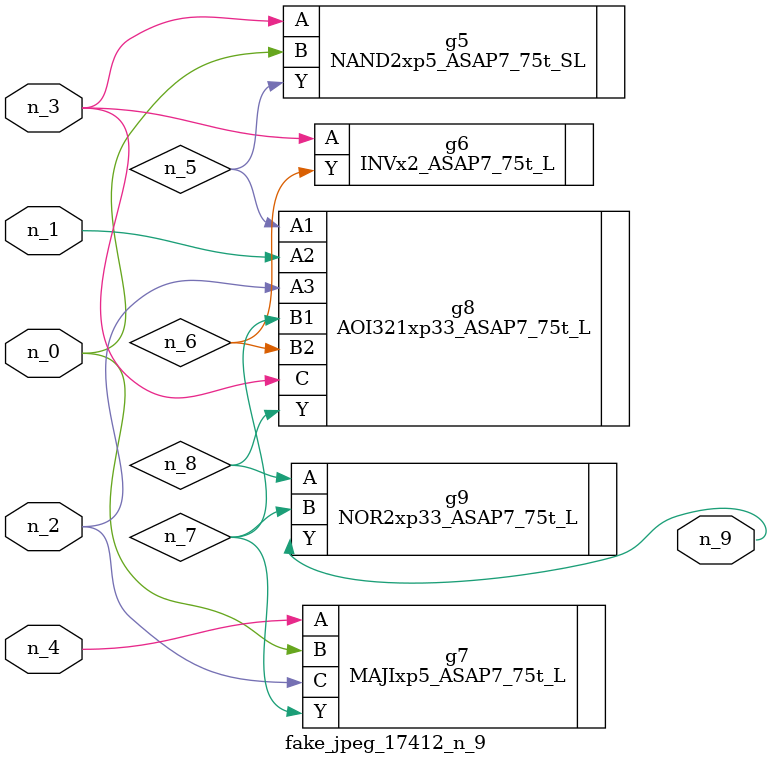
<source format=v>
module fake_jpeg_17412_n_9 (n_3, n_2, n_1, n_0, n_4, n_9);

input n_3;
input n_2;
input n_1;
input n_0;
input n_4;

output n_9;

wire n_8;
wire n_6;
wire n_5;
wire n_7;

NAND2xp5_ASAP7_75t_SL g5 ( 
.A(n_3),
.B(n_0),
.Y(n_5)
);

INVx2_ASAP7_75t_L g6 ( 
.A(n_3),
.Y(n_6)
);

MAJIxp5_ASAP7_75t_L g7 ( 
.A(n_4),
.B(n_0),
.C(n_2),
.Y(n_7)
);

AOI321xp33_ASAP7_75t_L g8 ( 
.A1(n_5),
.A2(n_1),
.A3(n_2),
.B1(n_7),
.B2(n_6),
.C(n_3),
.Y(n_8)
);

NOR2xp33_ASAP7_75t_L g9 ( 
.A(n_8),
.B(n_7),
.Y(n_9)
);


endmodule
</source>
